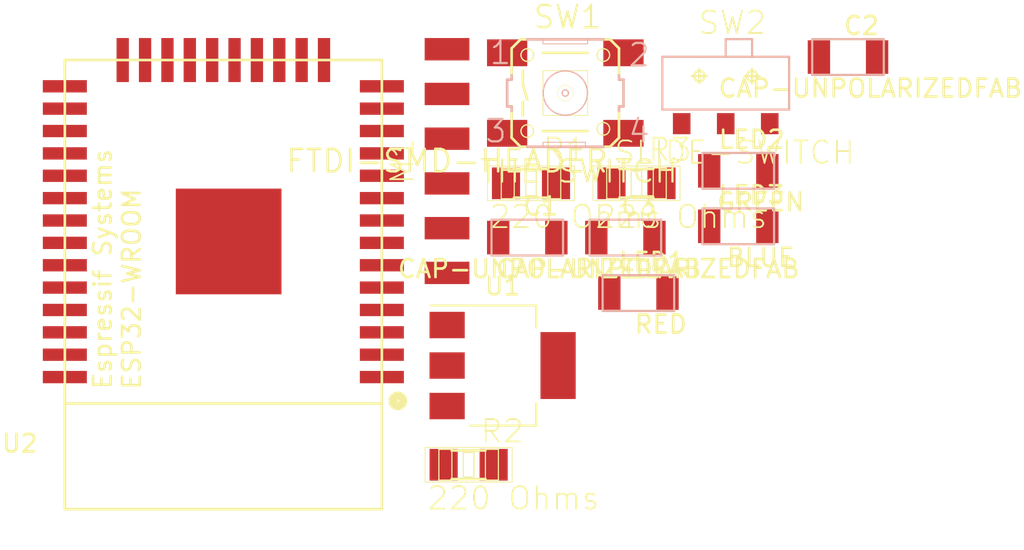
<source format=kicad_pcb>
(kicad_pcb (version 20171130) (host pcbnew "(5.1.5)-3")

  (general
    (thickness 1.6)
    (drawings 0)
    (tracks 0)
    (zones 0)
    (modules 14)
    (nets 65)
  )

  (page A4)
  (layers
    (0 F.Cu signal)
    (31 B.Cu signal)
    (32 B.Adhes user)
    (33 F.Adhes user)
    (34 B.Paste user)
    (35 F.Paste user)
    (36 B.SilkS user)
    (37 F.SilkS user)
    (38 B.Mask user)
    (39 F.Mask user)
    (40 Dwgs.User user)
    (41 Cmts.User user)
    (42 Eco1.User user)
    (43 Eco2.User user)
    (44 Edge.Cuts user)
    (45 Margin user)
    (46 B.CrtYd user)
    (47 F.CrtYd user)
    (48 B.Fab user)
    (49 F.Fab user)
  )

  (setup
    (last_trace_width 0.25)
    (trace_clearance 0.2)
    (zone_clearance 0.508)
    (zone_45_only no)
    (trace_min 0.2)
    (via_size 0.8)
    (via_drill 0.4)
    (via_min_size 0.4)
    (via_min_drill 0.3)
    (uvia_size 0.3)
    (uvia_drill 0.1)
    (uvias_allowed no)
    (uvia_min_size 0.2)
    (uvia_min_drill 0.1)
    (edge_width 0.05)
    (segment_width 0.2)
    (pcb_text_width 0.3)
    (pcb_text_size 1.5 1.5)
    (mod_edge_width 0.12)
    (mod_text_size 1 1)
    (mod_text_width 0.15)
    (pad_size 1.524 1.524)
    (pad_drill 0.762)
    (pad_to_mask_clearance 0.051)
    (solder_mask_min_width 0.25)
    (aux_axis_origin 0 0)
    (visible_elements FFFFFF7F)
    (pcbplotparams
      (layerselection 0x010fc_ffffffff)
      (usegerberextensions false)
      (usegerberattributes false)
      (usegerberadvancedattributes false)
      (creategerberjobfile false)
      (excludeedgelayer true)
      (linewidth 0.100000)
      (plotframeref false)
      (viasonmask false)
      (mode 1)
      (useauxorigin false)
      (hpglpennumber 1)
      (hpglpenspeed 20)
      (hpglpendiameter 15.000000)
      (psnegative false)
      (psa4output false)
      (plotreference true)
      (plotvalue true)
      (plotinvisibletext false)
      (padsonsilk false)
      (subtractmaskfromsilk false)
      (outputformat 1)
      (mirror false)
      (drillshape 1)
      (scaleselection 1)
      (outputdirectory ""))
  )

  (net 0 "")
  (net 1 "Net-(C1-Pad1)")
  (net 2 "Net-(C1-Pad2)")
  (net 3 "Net-(C2-Pad2)")
  (net 4 "Net-(C2-Pad1)")
  (net 5 GND)
  (net 6 3V3)
  (net 7 "Net-(LED1-Pad1)")
  (net 8 "Net-(LED1-Pad2)")
  (net 9 "Net-(LED2-Pad2)")
  (net 10 "Net-(LED2-Pad1)")
  (net 11 "Net-(LED3-Pad1)")
  (net 12 "Net-(M1-Pad2)")
  (net 13 "Net-(M1-Pad3)")
  (net 14 TX)
  (net 15 RX)
  (net 16 "Net-(M1-Pad6)")
  (net 17 "Net-(R1-Pad1)")
  (net 18 "Net-(R1-Pad2)")
  (net 19 "Net-(R2-Pad2)")
  (net 20 "Net-(R2-Pad1)")
  (net 21 "Net-(SW1-Pad1)")
  (net 22 "Net-(SW1-Pad2)")
  (net 23 "Net-(SW1-Pad3)")
  (net 24 "Net-(SW1-Pad4)")
  (net 25 "Net-(SW2-Pad1)")
  (net 26 "Net-(SW2-Pad2)")
  (net 27 "Net-(SW2-Pad3)")
  (net 28 "Net-(U2-Pad39)")
  (net 29 "Net-(U2-Pad3)")
  (net 30 "Net-(U2-Pad4)")
  (net 31 "Net-(U2-Pad5)")
  (net 32 "Net-(U2-Pad6)")
  (net 33 "Net-(U2-Pad7)")
  (net 34 "Net-(U2-Pad8)")
  (net 35 "Net-(U2-Pad9)")
  (net 36 "Net-(U2-Pad10)")
  (net 37 "Net-(U2-Pad11)")
  (net 38 "Net-(U2-Pad12)")
  (net 39 "Net-(U2-Pad13)")
  (net 40 "Net-(U2-Pad14)")
  (net 41 "Net-(U2-Pad15)")
  (net 42 "Net-(U2-Pad16)")
  (net 43 "Net-(U2-Pad17)")
  (net 44 "Net-(U2-Pad18)")
  (net 45 "Net-(U2-Pad19)")
  (net 46 "Net-(U2-Pad20)")
  (net 47 "Net-(U2-Pad21)")
  (net 48 "Net-(U2-Pad22)")
  (net 49 "Net-(U2-Pad23)")
  (net 50 "Net-(U2-Pad24)")
  (net 51 "Net-(U2-Pad25)")
  (net 52 "Net-(U2-Pad26)")
  (net 53 "Net-(U2-Pad27)")
  (net 54 "Net-(U2-Pad28)")
  (net 55 "Net-(U2-Pad29)")
  (net 56 "Net-(J3-Pad9)")
  (net 57 "Net-(J3-Pad8)")
  (net 58 "Net-(U2-Pad32)")
  (net 59 "Net-(J3-Pad7)")
  (net 60 "Net-(J3-Pad6)")
  (net 61 "Net-(U2-Pad35)")
  (net 62 "Net-(U2-Pad36)")
  (net 63 "Net-(U2-Pad37)")
  (net 64 "Net-(U2-Pad38)")

  (net_class Default "This is the default net class."
    (clearance 0.2)
    (trace_width 0.25)
    (via_dia 0.8)
    (via_drill 0.4)
    (uvia_dia 0.3)
    (uvia_drill 0.1)
    (add_net 3V3)
    (add_net GND)
    (add_net "Net-(C1-Pad1)")
    (add_net "Net-(C1-Pad2)")
    (add_net "Net-(C2-Pad1)")
    (add_net "Net-(C2-Pad2)")
    (add_net "Net-(J3-Pad6)")
    (add_net "Net-(J3-Pad7)")
    (add_net "Net-(J3-Pad8)")
    (add_net "Net-(J3-Pad9)")
    (add_net "Net-(LED1-Pad1)")
    (add_net "Net-(LED1-Pad2)")
    (add_net "Net-(LED2-Pad1)")
    (add_net "Net-(LED2-Pad2)")
    (add_net "Net-(LED3-Pad1)")
    (add_net "Net-(M1-Pad2)")
    (add_net "Net-(M1-Pad3)")
    (add_net "Net-(M1-Pad6)")
    (add_net "Net-(R1-Pad1)")
    (add_net "Net-(R1-Pad2)")
    (add_net "Net-(R2-Pad1)")
    (add_net "Net-(R2-Pad2)")
    (add_net "Net-(SW1-Pad1)")
    (add_net "Net-(SW1-Pad2)")
    (add_net "Net-(SW1-Pad3)")
    (add_net "Net-(SW1-Pad4)")
    (add_net "Net-(SW2-Pad1)")
    (add_net "Net-(SW2-Pad2)")
    (add_net "Net-(SW2-Pad3)")
    (add_net "Net-(U2-Pad10)")
    (add_net "Net-(U2-Pad11)")
    (add_net "Net-(U2-Pad12)")
    (add_net "Net-(U2-Pad13)")
    (add_net "Net-(U2-Pad14)")
    (add_net "Net-(U2-Pad15)")
    (add_net "Net-(U2-Pad16)")
    (add_net "Net-(U2-Pad17)")
    (add_net "Net-(U2-Pad18)")
    (add_net "Net-(U2-Pad19)")
    (add_net "Net-(U2-Pad20)")
    (add_net "Net-(U2-Pad21)")
    (add_net "Net-(U2-Pad22)")
    (add_net "Net-(U2-Pad23)")
    (add_net "Net-(U2-Pad24)")
    (add_net "Net-(U2-Pad25)")
    (add_net "Net-(U2-Pad26)")
    (add_net "Net-(U2-Pad27)")
    (add_net "Net-(U2-Pad28)")
    (add_net "Net-(U2-Pad29)")
    (add_net "Net-(U2-Pad3)")
    (add_net "Net-(U2-Pad32)")
    (add_net "Net-(U2-Pad35)")
    (add_net "Net-(U2-Pad36)")
    (add_net "Net-(U2-Pad37)")
    (add_net "Net-(U2-Pad38)")
    (add_net "Net-(U2-Pad39)")
    (add_net "Net-(U2-Pad4)")
    (add_net "Net-(U2-Pad5)")
    (add_net "Net-(U2-Pad6)")
    (add_net "Net-(U2-Pad7)")
    (add_net "Net-(U2-Pad8)")
    (add_net "Net-(U2-Pad9)")
    (add_net RX)
    (add_net TX)
  )

  (module fab-C1206FAB (layer F.Cu) (tedit 200000) (tstamp 5E6133B1)
    (at -446.204 -932.280499)
    (path /5E6167FA)
    (attr smd)
    (fp_text reference C1 (at 0.762 -1.778) (layer F.SilkS)
      (effects (font (size 1.016 1.016) (thickness 0.1524)))
    )
    (fp_text value CAP-UNPOLARIZEDFAB (at 1.27 1.778) (layer F.SilkS)
      (effects (font (size 1.016 1.016) (thickness 0.1524)))
    )
    (fp_line (start -2.032 -1.016) (end 2.032 -1.016) (layer B.SilkS) (width 0.127))
    (fp_line (start 2.032 -1.016) (end 2.032 1.016) (layer B.SilkS) (width 0.127))
    (fp_line (start 2.032 1.016) (end -2.032 1.016) (layer B.SilkS) (width 0.127))
    (fp_line (start -2.032 1.016) (end -2.032 -1.016) (layer B.SilkS) (width 0.127))
    (pad 1 smd rect (at -1.651 0) (size 1.27 1.905) (layers F.Cu F.Paste F.Mask)
      (net 1 "Net-(C1-Pad1)"))
    (pad 2 smd rect (at 1.651 0) (size 1.27 1.905) (layers F.Cu F.Paste F.Mask)
      (net 2 "Net-(C1-Pad2)"))
  )

  (module fab-C1206FAB (layer F.Cu) (tedit 200000) (tstamp 5E6133BB)
    (at -427.994 -942.530499)
    (path /5E6189C4)
    (attr smd)
    (fp_text reference C2 (at 0.762 -1.778) (layer F.SilkS)
      (effects (font (size 1.016 1.016) (thickness 0.1524)))
    )
    (fp_text value CAP-UNPOLARIZEDFAB (at 1.27 1.778) (layer F.SilkS)
      (effects (font (size 1.016 1.016) (thickness 0.1524)))
    )
    (fp_line (start -2.032 1.016) (end -2.032 -1.016) (layer B.SilkS) (width 0.127))
    (fp_line (start 2.032 1.016) (end -2.032 1.016) (layer B.SilkS) (width 0.127))
    (fp_line (start 2.032 -1.016) (end 2.032 1.016) (layer B.SilkS) (width 0.127))
    (fp_line (start -2.032 -1.016) (end 2.032 -1.016) (layer B.SilkS) (width 0.127))
    (pad 2 smd rect (at 1.651 0) (size 1.27 1.905) (layers F.Cu F.Paste F.Mask)
      (net 3 "Net-(C2-Pad2)"))
    (pad 1 smd rect (at -1.651 0) (size 1.27 1.905) (layers F.Cu F.Paste F.Mask)
      (net 4 "Net-(C2-Pad1)"))
  )

  (module fab-C1206FAB (layer F.Cu) (tedit 200000) (tstamp 5E6133C5)
    (at -440.634 -932.280499)
    (path /5E61913E)
    (attr smd)
    (fp_text reference C3 (at 0.762 -1.778) (layer F.SilkS)
      (effects (font (size 1.016 1.016) (thickness 0.1524)))
    )
    (fp_text value CAP-UNPOLARIZEDFAB (at 1.27 1.778) (layer F.SilkS)
      (effects (font (size 1.016 1.016) (thickness 0.1524)))
    )
    (fp_line (start -2.032 -1.016) (end 2.032 -1.016) (layer B.SilkS) (width 0.127))
    (fp_line (start 2.032 -1.016) (end 2.032 1.016) (layer B.SilkS) (width 0.127))
    (fp_line (start 2.032 1.016) (end -2.032 1.016) (layer B.SilkS) (width 0.127))
    (fp_line (start -2.032 1.016) (end -2.032 -1.016) (layer B.SilkS) (width 0.127))
    (pad 1 smd rect (at -1.651 0) (size 1.27 1.905) (layers F.Cu F.Paste F.Mask)
      (net 5 GND))
    (pad 2 smd rect (at 1.651 0) (size 1.27 1.905) (layers F.Cu F.Paste F.Mask)
      (net 6 3V3))
  )

  (module fab-LED1206FAB (layer F.Cu) (tedit 200000) (tstamp 5E6133CF)
    (at -439.894 -929.130499)
    (descr "LED1206 FAB STYLE (SMALLER PADS TO ALLOW TRACE BETWEEN)")
    (tags "LED1206 FAB STYLE (SMALLER PADS TO ALLOW TRACE BETWEEN)")
    (path /5E613D05)
    (attr smd)
    (fp_text reference LED1 (at 0.762 -1.778) (layer F.SilkS)
      (effects (font (size 1.016 1.016) (thickness 0.1524)))
    )
    (fp_text value RED (at 1.27 1.778) (layer F.SilkS)
      (effects (font (size 1.016 1.016) (thickness 0.1524)))
    )
    (fp_line (start -2.032 -1.016) (end 2.032 -1.016) (layer B.SilkS) (width 0.127))
    (fp_line (start 2.032 -1.016) (end 2.032 1.016) (layer B.SilkS) (width 0.127))
    (fp_line (start 2.032 1.016) (end -2.032 1.016) (layer B.SilkS) (width 0.127))
    (fp_line (start -2.032 1.016) (end -2.032 -1.016) (layer B.SilkS) (width 0.127))
    (pad 1 smd rect (at -1.651 0) (size 1.27 1.905) (layers F.Cu F.Paste F.Mask)
      (net 7 "Net-(LED1-Pad1)"))
    (pad 2 smd rect (at 1.651 0) (size 1.27 1.905) (layers F.Cu F.Paste F.Mask)
      (net 8 "Net-(LED1-Pad2)"))
  )

  (module fab-LED1206FAB (layer F.Cu) (tedit 200000) (tstamp 5E6133D9)
    (at -434.224 -936.070499)
    (descr "LED1206 FAB STYLE (SMALLER PADS TO ALLOW TRACE BETWEEN)")
    (tags "LED1206 FAB STYLE (SMALLER PADS TO ALLOW TRACE BETWEEN)")
    (path /5E6144A4)
    (attr smd)
    (fp_text reference LED2 (at 0.762 -1.778) (layer F.SilkS)
      (effects (font (size 1.016 1.016) (thickness 0.1524)))
    )
    (fp_text value GREEN (at 1.27 1.778) (layer F.SilkS)
      (effects (font (size 1.016 1.016) (thickness 0.1524)))
    )
    (fp_line (start -2.032 1.016) (end -2.032 -1.016) (layer B.SilkS) (width 0.127))
    (fp_line (start 2.032 1.016) (end -2.032 1.016) (layer B.SilkS) (width 0.127))
    (fp_line (start 2.032 -1.016) (end 2.032 1.016) (layer B.SilkS) (width 0.127))
    (fp_line (start -2.032 -1.016) (end 2.032 -1.016) (layer B.SilkS) (width 0.127))
    (pad 2 smd rect (at 1.651 0) (size 1.27 1.905) (layers F.Cu F.Paste F.Mask)
      (net 9 "Net-(LED2-Pad2)"))
    (pad 1 smd rect (at -1.651 0) (size 1.27 1.905) (layers F.Cu F.Paste F.Mask)
      (net 10 "Net-(LED2-Pad1)"))
  )

  (module fab-LED1206FAB (layer F.Cu) (tedit 200000) (tstamp 5E6133E3)
    (at -434.224 -932.920499)
    (descr "LED1206 FAB STYLE (SMALLER PADS TO ALLOW TRACE BETWEEN)")
    (tags "LED1206 FAB STYLE (SMALLER PADS TO ALLOW TRACE BETWEEN)")
    (path /5E61C25E)
    (attr smd)
    (fp_text reference LED3 (at 0.762 -1.778) (layer F.SilkS)
      (effects (font (size 1.016 1.016) (thickness 0.1524)))
    )
    (fp_text value BLUE (at 1.27 1.778) (layer F.SilkS)
      (effects (font (size 1.016 1.016) (thickness 0.1524)))
    )
    (fp_line (start -2.032 -1.016) (end 2.032 -1.016) (layer B.SilkS) (width 0.127))
    (fp_line (start 2.032 -1.016) (end 2.032 1.016) (layer B.SilkS) (width 0.127))
    (fp_line (start 2.032 1.016) (end -2.032 1.016) (layer B.SilkS) (width 0.127))
    (fp_line (start -2.032 1.016) (end -2.032 -1.016) (layer B.SilkS) (width 0.127))
    (pad 1 smd rect (at -1.651 0) (size 1.27 1.905) (layers F.Cu F.Paste F.Mask)
      (net 11 "Net-(LED3-Pad1)"))
    (pad 2 smd rect (at 1.651 0) (size 1.27 1.905) (layers F.Cu F.Paste F.Mask)
      (net 6 3V3))
  )

  (module fab-1X06SMD (layer F.Cu) (tedit 200000) (tstamp 5E6133ED)
    (at -450.76 -936.625)
    (path /5E61A12C)
    (attr smd)
    (fp_text reference M1 (at -2.54 0 90) (layer F.SilkS)
      (effects (font (size 1.27 1.27) (thickness 0.1016)))
    )
    (fp_text value FTDI-SMD-HEADER (at 0 0) (layer F.SilkS)
      (effects (font (size 1.27 1.27) (thickness 0.15)))
    )
    (pad 1 smd rect (at 0 -6.35) (size 2.54 1.27) (layers F.Cu F.Paste F.Mask)
      (net 5 GND))
    (pad 2 smd rect (at 0 -3.81) (size 2.54 1.27) (layers F.Cu F.Paste F.Mask)
      (net 12 "Net-(M1-Pad2)"))
    (pad 3 smd rect (at 0 -1.27) (size 2.54 1.27) (layers F.Cu F.Paste F.Mask)
      (net 13 "Net-(M1-Pad3)"))
    (pad 4 smd rect (at 0 1.27) (size 2.54 1.27) (layers F.Cu F.Paste F.Mask)
      (net 14 TX))
    (pad 5 smd rect (at 0 3.81) (size 2.54 1.27) (layers F.Cu F.Paste F.Mask)
      (net 15 RX))
    (pad 6 smd rect (at 0 6.35) (size 2.54 1.27) (layers F.Cu F.Paste F.Mask)
      (net 16 "Net-(M1-Pad6)"))
  )

  (module fab-R1206 (layer F.Cu) (tedit 200000) (tstamp 5E613405)
    (at -445.993179 -935.361619)
    (descr RESISTOR)
    (tags RESISTOR)
    (path /5E611B22)
    (attr smd)
    (fp_text reference R1 (at 1.905 -1.905) (layer F.SilkS)
      (effects (font (size 1.27 1.27) (thickness 0.1016)))
    )
    (fp_text value "220 Ohms" (at 2.54 1.905) (layer F.SilkS)
      (effects (font (size 1.27 1.27) (thickness 0.1016)))
    )
    (fp_line (start -1.6891 0.8763) (end -0.9525 0.8763) (layer F.SilkS) (width 0.06604))
    (fp_line (start -0.9525 0.8763) (end -0.9525 -0.8763) (layer F.SilkS) (width 0.06604))
    (fp_line (start -1.6891 -0.8763) (end -0.9525 -0.8763) (layer F.SilkS) (width 0.06604))
    (fp_line (start -1.6891 0.8763) (end -1.6891 -0.8763) (layer F.SilkS) (width 0.06604))
    (fp_line (start 0.9525 0.8763) (end 1.6891 0.8763) (layer F.SilkS) (width 0.06604))
    (fp_line (start 1.6891 0.8763) (end 1.6891 -0.8763) (layer F.SilkS) (width 0.06604))
    (fp_line (start 0.9525 -0.8763) (end 1.6891 -0.8763) (layer F.SilkS) (width 0.06604))
    (fp_line (start 0.9525 0.8763) (end 0.9525 -0.8763) (layer F.SilkS) (width 0.06604))
    (fp_line (start -0.29972 0.6985) (end 0.29972 0.6985) (layer F.SilkS) (width 0.06604))
    (fp_line (start 0.29972 0.6985) (end 0.29972 -0.6985) (layer F.SilkS) (width 0.06604))
    (fp_line (start -0.29972 -0.6985) (end 0.29972 -0.6985) (layer F.SilkS) (width 0.06604))
    (fp_line (start -0.29972 0.6985) (end -0.29972 -0.6985) (layer F.SilkS) (width 0.06604))
    (fp_line (start 0.9525 0.8128) (end -0.9652 0.8128) (layer F.SilkS) (width 0.1524))
    (fp_line (start 0.9525 -0.8128) (end -0.9652 -0.8128) (layer F.SilkS) (width 0.1524))
    (fp_line (start -2.47142 -0.98298) (end 2.47142 -0.98298) (layer F.SilkS) (width 0.0508))
    (fp_line (start 2.47142 -0.98298) (end 2.47142 0.98298) (layer F.SilkS) (width 0.0508))
    (fp_line (start 2.47142 0.98298) (end -2.47142 0.98298) (layer F.SilkS) (width 0.0508))
    (fp_line (start -2.47142 0.98298) (end -2.47142 -0.98298) (layer F.SilkS) (width 0.0508))
    (pad 1 smd rect (at -1.41986 0) (size 1.59766 1.80086) (layers F.Cu F.Paste F.Mask)
      (net 17 "Net-(R1-Pad1)"))
    (pad 2 smd rect (at 1.41986 0) (size 1.59766 1.80086) (layers F.Cu F.Paste F.Mask)
      (net 18 "Net-(R1-Pad2)"))
  )

  (module fab-R1206 (layer F.Cu) (tedit 200000) (tstamp 5E61341D)
    (at -449.533179 -919.381619)
    (descr RESISTOR)
    (tags RESISTOR)
    (path /5E61540D)
    (attr smd)
    (fp_text reference R2 (at 1.905 -1.905) (layer F.SilkS)
      (effects (font (size 1.27 1.27) (thickness 0.1016)))
    )
    (fp_text value "220 Ohms" (at 2.54 1.905) (layer F.SilkS)
      (effects (font (size 1.27 1.27) (thickness 0.1016)))
    )
    (fp_line (start -2.47142 0.98298) (end -2.47142 -0.98298) (layer F.SilkS) (width 0.0508))
    (fp_line (start 2.47142 0.98298) (end -2.47142 0.98298) (layer F.SilkS) (width 0.0508))
    (fp_line (start 2.47142 -0.98298) (end 2.47142 0.98298) (layer F.SilkS) (width 0.0508))
    (fp_line (start -2.47142 -0.98298) (end 2.47142 -0.98298) (layer F.SilkS) (width 0.0508))
    (fp_line (start 0.9525 -0.8128) (end -0.9652 -0.8128) (layer F.SilkS) (width 0.1524))
    (fp_line (start 0.9525 0.8128) (end -0.9652 0.8128) (layer F.SilkS) (width 0.1524))
    (fp_line (start -0.29972 0.6985) (end -0.29972 -0.6985) (layer F.SilkS) (width 0.06604))
    (fp_line (start -0.29972 -0.6985) (end 0.29972 -0.6985) (layer F.SilkS) (width 0.06604))
    (fp_line (start 0.29972 0.6985) (end 0.29972 -0.6985) (layer F.SilkS) (width 0.06604))
    (fp_line (start -0.29972 0.6985) (end 0.29972 0.6985) (layer F.SilkS) (width 0.06604))
    (fp_line (start 0.9525 0.8763) (end 0.9525 -0.8763) (layer F.SilkS) (width 0.06604))
    (fp_line (start 0.9525 -0.8763) (end 1.6891 -0.8763) (layer F.SilkS) (width 0.06604))
    (fp_line (start 1.6891 0.8763) (end 1.6891 -0.8763) (layer F.SilkS) (width 0.06604))
    (fp_line (start 0.9525 0.8763) (end 1.6891 0.8763) (layer F.SilkS) (width 0.06604))
    (fp_line (start -1.6891 0.8763) (end -1.6891 -0.8763) (layer F.SilkS) (width 0.06604))
    (fp_line (start -1.6891 -0.8763) (end -0.9525 -0.8763) (layer F.SilkS) (width 0.06604))
    (fp_line (start -0.9525 0.8763) (end -0.9525 -0.8763) (layer F.SilkS) (width 0.06604))
    (fp_line (start -1.6891 0.8763) (end -0.9525 0.8763) (layer F.SilkS) (width 0.06604))
    (pad 2 smd rect (at 1.41986 0) (size 1.59766 1.80086) (layers F.Cu F.Paste F.Mask)
      (net 19 "Net-(R2-Pad2)"))
    (pad 1 smd rect (at -1.41986 0) (size 1.59766 1.80086) (layers F.Cu F.Paste F.Mask)
      (net 20 "Net-(R2-Pad1)"))
  )

  (module fab-R1206 (layer F.Cu) (tedit 200000) (tstamp 5E613435)
    (at -440.003179 -935.361619)
    (descr RESISTOR)
    (tags RESISTOR)
    (path /5E615FB3)
    (attr smd)
    (fp_text reference R3 (at 1.905 -1.905) (layer F.SilkS)
      (effects (font (size 1.27 1.27) (thickness 0.1016)))
    )
    (fp_text value "220 Ohms" (at 2.54 1.905) (layer F.SilkS)
      (effects (font (size 1.27 1.27) (thickness 0.1016)))
    )
    (fp_line (start -1.6891 0.8763) (end -0.9525 0.8763) (layer F.SilkS) (width 0.06604))
    (fp_line (start -0.9525 0.8763) (end -0.9525 -0.8763) (layer F.SilkS) (width 0.06604))
    (fp_line (start -1.6891 -0.8763) (end -0.9525 -0.8763) (layer F.SilkS) (width 0.06604))
    (fp_line (start -1.6891 0.8763) (end -1.6891 -0.8763) (layer F.SilkS) (width 0.06604))
    (fp_line (start 0.9525 0.8763) (end 1.6891 0.8763) (layer F.SilkS) (width 0.06604))
    (fp_line (start 1.6891 0.8763) (end 1.6891 -0.8763) (layer F.SilkS) (width 0.06604))
    (fp_line (start 0.9525 -0.8763) (end 1.6891 -0.8763) (layer F.SilkS) (width 0.06604))
    (fp_line (start 0.9525 0.8763) (end 0.9525 -0.8763) (layer F.SilkS) (width 0.06604))
    (fp_line (start -0.29972 0.6985) (end 0.29972 0.6985) (layer F.SilkS) (width 0.06604))
    (fp_line (start 0.29972 0.6985) (end 0.29972 -0.6985) (layer F.SilkS) (width 0.06604))
    (fp_line (start -0.29972 -0.6985) (end 0.29972 -0.6985) (layer F.SilkS) (width 0.06604))
    (fp_line (start -0.29972 0.6985) (end -0.29972 -0.6985) (layer F.SilkS) (width 0.06604))
    (fp_line (start 0.9525 0.8128) (end -0.9652 0.8128) (layer F.SilkS) (width 0.1524))
    (fp_line (start 0.9525 -0.8128) (end -0.9652 -0.8128) (layer F.SilkS) (width 0.1524))
    (fp_line (start -2.47142 -0.98298) (end 2.47142 -0.98298) (layer F.SilkS) (width 0.0508))
    (fp_line (start 2.47142 -0.98298) (end 2.47142 0.98298) (layer F.SilkS) (width 0.0508))
    (fp_line (start 2.47142 0.98298) (end -2.47142 0.98298) (layer F.SilkS) (width 0.0508))
    (fp_line (start -2.47142 0.98298) (end -2.47142 -0.98298) (layer F.SilkS) (width 0.0508))
    (pad 1 smd rect (at -1.41986 0) (size 1.59766 1.80086) (layers F.Cu F.Paste F.Mask)
      (net 11 "Net-(LED3-Pad1)"))
    (pad 2 smd rect (at 1.41986 0) (size 1.59766 1.80086) (layers F.Cu F.Paste F.Mask)
      (net 5 GND))
  )

  (module fab-6MM_SWITCH (layer F.Cu) (tedit 200000) (tstamp 5E613473)
    (at -444.045 -940.485799)
    (descr "OMRON SWITCH")
    (tags "OMRON SWITCH")
    (path /5E6198F7)
    (attr smd)
    (fp_text reference SW1 (at 0.127 -4.318) (layer F.SilkS)
      (effects (font (size 1.27 1.27) (thickness 0.127)))
    )
    (fp_text value "THE SWITCH" (at 0.762 4.445) (layer F.SilkS)
      (effects (font (size 1.27 1.27) (thickness 0.127)))
    )
    (fp_line (start 3.302 0.762) (end 3.048 0.762) (layer B.SilkS) (width 0.1524))
    (fp_line (start 3.302 0.762) (end 3.302 -0.762) (layer B.SilkS) (width 0.1524))
    (fp_line (start 3.048 -0.762) (end 3.302 -0.762) (layer B.SilkS) (width 0.1524))
    (fp_line (start 3.048 -1.016) (end 3.048 -2.54) (layer F.SilkS) (width 0.1524))
    (fp_line (start -3.302 -0.762) (end -3.048 -0.762) (layer B.SilkS) (width 0.1524))
    (fp_line (start -3.302 -0.762) (end -3.302 0.762) (layer B.SilkS) (width 0.1524))
    (fp_line (start -3.048 0.762) (end -3.302 0.762) (layer B.SilkS) (width 0.1524))
    (fp_line (start 3.048 -2.54) (end 2.54 -3.048) (layer F.SilkS) (width 0.1524))
    (fp_line (start 2.54 3.048) (end 3.048 2.54) (layer F.SilkS) (width 0.1524))
    (fp_line (start 3.048 2.54) (end 3.048 1.016) (layer F.SilkS) (width 0.1524))
    (fp_line (start -2.54 -3.048) (end -3.048 -2.54) (layer F.SilkS) (width 0.1524))
    (fp_line (start -3.048 -2.54) (end -3.048 -1.016) (layer F.SilkS) (width 0.1524))
    (fp_line (start -2.54 3.048) (end -3.048 2.54) (layer F.SilkS) (width 0.1524))
    (fp_line (start -3.048 2.54) (end -3.048 1.016) (layer F.SilkS) (width 0.1524))
    (fp_line (start -1.27 -1.27) (end -1.27 1.27) (layer F.SilkS) (width 0.0508))
    (fp_line (start 1.27 1.27) (end -1.27 1.27) (layer F.SilkS) (width 0.0508))
    (fp_line (start 1.27 1.27) (end 1.27 -1.27) (layer F.SilkS) (width 0.0508))
    (fp_line (start -1.27 -1.27) (end 1.27 -1.27) (layer F.SilkS) (width 0.0508))
    (fp_line (start -1.27 -3.048) (end -1.27 -2.794) (layer B.SilkS) (width 0.0508))
    (fp_line (start 1.27 -2.794) (end -1.27 -2.794) (layer B.SilkS) (width 0.0508))
    (fp_line (start 1.27 -2.794) (end 1.27 -3.048) (layer B.SilkS) (width 0.0508))
    (fp_line (start 1.143 2.794) (end -1.27 2.794) (layer B.SilkS) (width 0.0508))
    (fp_line (start 1.143 2.794) (end 1.143 3.048) (layer B.SilkS) (width 0.0508))
    (fp_line (start -1.27 2.794) (end -1.27 3.048) (layer B.SilkS) (width 0.0508))
    (fp_line (start 2.54 3.048) (end 2.159 3.048) (layer F.SilkS) (width 0.1524))
    (fp_line (start -2.54 3.048) (end -2.159 3.048) (layer F.SilkS) (width 0.1524))
    (fp_line (start -2.159 3.048) (end -1.27 3.048) (layer B.SilkS) (width 0.1524))
    (fp_line (start -2.54 -3.048) (end -2.159 -3.048) (layer F.SilkS) (width 0.1524))
    (fp_line (start 2.54 -3.048) (end 2.159 -3.048) (layer F.SilkS) (width 0.1524))
    (fp_line (start 2.159 -3.048) (end 1.27 -3.048) (layer B.SilkS) (width 0.1524))
    (fp_line (start 1.27 -3.048) (end -1.27 -3.048) (layer B.SilkS) (width 0.1524))
    (fp_line (start -1.27 -3.048) (end -2.159 -3.048) (layer B.SilkS) (width 0.1524))
    (fp_line (start -1.27 3.048) (end 1.143 3.048) (layer B.SilkS) (width 0.1524))
    (fp_line (start 1.143 3.048) (end 2.159 3.048) (layer B.SilkS) (width 0.1524))
    (fp_line (start 3.048 0.762) (end 3.048 1.016) (layer B.SilkS) (width 0.1524))
    (fp_line (start 3.048 -0.762) (end 3.048 -1.016) (layer B.SilkS) (width 0.1524))
    (fp_line (start -3.048 0.762) (end -3.048 1.016) (layer B.SilkS) (width 0.1524))
    (fp_line (start -3.048 -0.762) (end -3.048 -1.016) (layer B.SilkS) (width 0.1524))
    (fp_line (start -1.27 2.159) (end 1.27 2.159) (layer F.SilkS) (width 0.1524))
    (fp_line (start 1.27 -2.286) (end -1.27 -2.286) (layer F.SilkS) (width 0.1524))
    (fp_line (start -2.413 -1.27) (end -2.413 -0.508) (layer F.SilkS) (width 0.1524))
    (fp_line (start -2.413 0.508) (end -2.413 1.27) (layer F.SilkS) (width 0.1524))
    (fp_line (start -2.413 -0.508) (end -2.159 0.381) (layer F.SilkS) (width 0.1524))
    (fp_circle (center 0 0) (end -0.889 0.889) (layer B.SilkS) (width 0.0762))
    (fp_circle (center -2.159 2.159) (end -2.413 2.413) (layer F.SilkS) (width 0.0762))
    (fp_circle (center 2.159 2.032) (end 2.413 2.286) (layer F.SilkS) (width 0.0762))
    (fp_circle (center 2.159 -2.159) (end 2.413 -2.413) (layer F.SilkS) (width 0.0762))
    (fp_circle (center -2.159 -2.159) (end -2.413 -2.413) (layer F.SilkS) (width 0.0762))
    (fp_circle (center 0 0) (end -0.3175 0.3175) (layer F.SilkS) (width 0.0254))
    (fp_circle (center 0 0) (end -0.127 0.127) (layer B.SilkS) (width 0.0762))
    (fp_text user 1 (at -3.683 -2.286) (layer B.SilkS)
      (effects (font (size 1.27 1.27) (thickness 0.127)))
    )
    (fp_text user 2 (at 4.191 -2.159) (layer B.SilkS)
      (effects (font (size 1.27 1.27) (thickness 0.127)))
    )
    (fp_text user 3 (at -3.937 2.159) (layer B.SilkS)
      (effects (font (size 1.27 1.27) (thickness 0.127)))
    )
    (fp_text user 4 (at 4.191 2.159) (layer B.SilkS)
      (effects (font (size 1.27 1.27) (thickness 0.127)))
    )
    (pad 1 smd rect (at -3.302 -2.286) (size 2.286 1.524) (layers F.Cu F.Paste F.Mask)
      (net 21 "Net-(SW1-Pad1)"))
    (pad 2 smd rect (at 3.302 -2.286) (size 2.286 1.524) (layers F.Cu F.Paste F.Mask)
      (net 22 "Net-(SW1-Pad2)"))
    (pad 3 smd rect (at -3.302 2.286) (size 2.286 1.524) (layers F.Cu F.Paste F.Mask)
      (net 23 "Net-(SW1-Pad3)"))
    (pad 4 smd rect (at 3.302 2.286) (size 2.286 1.524) (layers F.Cu F.Paste F.Mask)
      (net 24 "Net-(SW1-Pad4)"))
  )

  (module fab-AYZ0102AGRLC (layer F.Cu) (tedit 200000) (tstamp 5E613489)
    (at -434.937319 -941.047139)
    (path /5E61BC1D)
    (attr smd)
    (fp_text reference SW2 (at 0.381 -3.429) (layer F.SilkS)
      (effects (font (size 1.27 1.27) (thickness 0.1016)))
    )
    (fp_text value SLIDE-SWITCH (at 0.508 3.937) (layer F.SilkS)
      (effects (font (size 1.27 1.27) (thickness 0.1016)))
    )
    (fp_line (start -3.59918 1.4986) (end 3.59918 1.4986) (layer B.SilkS) (width 0.127))
    (fp_line (start 3.59918 1.4986) (end 3.59918 -1.4986) (layer B.SilkS) (width 0.127))
    (fp_line (start 3.59918 -1.4986) (end 1.4986 -1.4986) (layer B.SilkS) (width 0.127))
    (fp_line (start 1.4986 -1.4986) (end -1.4986 -1.4986) (layer B.SilkS) (width 0.127))
    (fp_line (start -1.4986 -1.4986) (end -3.59918 -1.4986) (layer B.SilkS) (width 0.127))
    (fp_line (start -3.59918 -1.4986) (end -3.59918 1.4986) (layer B.SilkS) (width 0.127))
    (fp_line (start 0 -1.59766) (end 0 -2.49936) (layer B.SilkS) (width 0.127))
    (fp_line (start 0 -2.49936) (end 1.4986 -2.49936) (layer B.SilkS) (width 0.127))
    (fp_line (start 1.4986 -2.49936) (end 1.4986 -1.4986) (layer B.SilkS) (width 0.127))
    (fp_circle (center -1.4986 -0.39878) (end -1.70942 -0.6096) (layer F.SilkS) (width 0.127))
    (fp_line (start -1.92278 -0.39878) (end -1.07442 -0.39878) (layer F.SilkS) (width 0.127))
    (fp_line (start -1.4986 0.02286) (end -1.4986 -0.82296) (layer F.SilkS) (width 0.127))
    (fp_circle (center 1.4986 -0.39878) (end 1.70942 -0.6096) (layer F.SilkS) (width 0.127))
    (fp_line (start 1.07442 -0.39878) (end 1.92278 -0.39878) (layer F.SilkS) (width 0.127))
    (fp_line (start 1.4986 0.02286) (end 1.4986 -0.82296) (layer F.SilkS) (width 0.127))
    (pad 1 smd rect (at 2.49936 2.2987) (size 0.99822 1.19888) (layers F.Cu F.Paste F.Mask)
      (net 25 "Net-(SW2-Pad1)"))
    (pad 2 smd rect (at 0 2.2987) (size 0.99822 1.19888) (layers F.Cu F.Paste F.Mask)
      (net 26 "Net-(SW2-Pad2)"))
    (pad 3 smd rect (at -2.49936 2.2987) (size 0.99822 1.19888) (layers F.Cu F.Paste F.Mask)
      (net 27 "Net-(SW2-Pad3)"))
  )

  (module Package_TO_SOT_SMD:SOT-223-3_TabPin2 (layer F.Cu) (tedit 5A02FF57) (tstamp 5E61349F)
    (at -447.604999 -925.014999)
    (descr "module CMS SOT223 4 pins")
    (tags "CMS SOT")
    (path /5E62F40F)
    (attr smd)
    (fp_text reference U1 (at 0 -4.5) (layer F.SilkS)
      (effects (font (size 1 1) (thickness 0.15)))
    )
    (fp_text value LT1129-3.3_SOT223 (at 0 4.5) (layer F.Fab)
      (effects (font (size 1 1) (thickness 0.15)))
    )
    (fp_text user %R (at 0 0 90) (layer F.Fab)
      (effects (font (size 0.8 0.8) (thickness 0.12)))
    )
    (fp_line (start 1.91 3.41) (end 1.91 2.15) (layer F.SilkS) (width 0.12))
    (fp_line (start 1.91 -3.41) (end 1.91 -2.15) (layer F.SilkS) (width 0.12))
    (fp_line (start 4.4 -3.6) (end -4.4 -3.6) (layer F.CrtYd) (width 0.05))
    (fp_line (start 4.4 3.6) (end 4.4 -3.6) (layer F.CrtYd) (width 0.05))
    (fp_line (start -4.4 3.6) (end 4.4 3.6) (layer F.CrtYd) (width 0.05))
    (fp_line (start -4.4 -3.6) (end -4.4 3.6) (layer F.CrtYd) (width 0.05))
    (fp_line (start -1.85 -2.35) (end -0.85 -3.35) (layer F.Fab) (width 0.1))
    (fp_line (start -1.85 -2.35) (end -1.85 3.35) (layer F.Fab) (width 0.1))
    (fp_line (start -1.85 3.41) (end 1.91 3.41) (layer F.SilkS) (width 0.12))
    (fp_line (start -0.85 -3.35) (end 1.85 -3.35) (layer F.Fab) (width 0.1))
    (fp_line (start -4.1 -3.41) (end 1.91 -3.41) (layer F.SilkS) (width 0.12))
    (fp_line (start -1.85 3.35) (end 1.85 3.35) (layer F.Fab) (width 0.1))
    (fp_line (start 1.85 -3.35) (end 1.85 3.35) (layer F.Fab) (width 0.1))
    (pad 2 smd rect (at 3.15 0) (size 2 3.8) (layers F.Cu F.Paste F.Mask)
      (net 5 GND))
    (pad 2 smd rect (at -3.15 0) (size 2 1.5) (layers F.Cu F.Paste F.Mask)
      (net 5 GND))
    (pad 3 smd rect (at -3.15 2.3) (size 2 1.5) (layers F.Cu F.Paste F.Mask)
      (net 6 3V3))
    (pad 1 smd rect (at -3.15 -2.3) (size 2 1.5) (layers F.Cu F.Paste F.Mask)
      (net 13 "Net-(M1-Pad3)"))
    (model ${KISYS3DMOD}/Package_TO_SOT_SMD.3dshapes/SOT-223.wrl
      (at (xyz 0 0 0))
      (scale (xyz 1 1 1))
      (rotate (xyz 0 0 0))
    )
  )

  (module ESP32-footprints-Lib:ESP32-WROOM_FAB (layer F.Cu) (tedit 5E60E014) (tstamp 5E6134D2)
    (at -463.46 -929.61)
    (path /5E60FF54)
    (fp_text reference U2 (at -11.557 9.017) (layer F.SilkS)
      (effects (font (size 1 1) (thickness 0.15)))
    )
    (fp_text value ESP32-WROOM (at 5.715 14.224) (layer F.Fab)
      (effects (font (size 1 1) (thickness 0.15)))
    )
    (fp_line (start -9 12.75) (end 9 12.75) (layer F.SilkS) (width 0.15))
    (fp_line (start -9 -12.75) (end 9 -12.75) (layer F.SilkS) (width 0.15))
    (fp_line (start -9 12.75) (end -9 -12.75) (layer F.SilkS) (width 0.15))
    (fp_line (start 9 12.75) (end 9 -12.75) (layer F.SilkS) (width 0.15))
    (fp_line (start -9 6.75) (end 9 6.75) (layer F.SilkS) (width 0.15))
    (fp_text user ESP32-WROOM (at -5.207 0.254 90) (layer F.SilkS)
      (effects (font (size 1 1) (thickness 0.15)))
    )
    (fp_circle (center 9.906 6.604) (end 10.033 6.858) (layer F.SilkS) (width 0.5))
    (fp_text user "Espressif Systems" (at -6.858 -0.889 90) (layer F.SilkS)
      (effects (font (size 1 1) (thickness 0.15)))
    )
    (pad 39 smd rect (at 0.3 -2.45) (size 6 6) (layers F.Cu F.Paste F.Mask)
      (net 28 "Net-(U2-Pad39)"))
    (pad 1 smd rect (at 9 5.25) (size 2.5 0.7) (layers F.Cu F.Paste F.Mask)
      (net 5 GND))
    (pad 2 smd rect (at 9 3.98) (size 2.5 0.7) (layers F.Cu F.Paste F.Mask)
      (net 6 3V3))
    (pad 3 smd rect (at 9 2.71) (size 2.5 0.7) (layers F.Cu F.Paste F.Mask)
      (net 29 "Net-(U2-Pad3)"))
    (pad 4 smd rect (at 9 1.44) (size 2.5 0.7) (layers F.Cu F.Paste F.Mask)
      (net 30 "Net-(U2-Pad4)"))
    (pad 5 smd rect (at 9 0.17) (size 2.5 0.7) (layers F.Cu F.Paste F.Mask)
      (net 31 "Net-(U2-Pad5)"))
    (pad 6 smd rect (at 9 -1.1) (size 2.5 0.7) (layers F.Cu F.Paste F.Mask)
      (net 32 "Net-(U2-Pad6)"))
    (pad 7 smd rect (at 9 -2.37) (size 2.5 0.7) (layers F.Cu F.Paste F.Mask)
      (net 33 "Net-(U2-Pad7)"))
    (pad 8 smd rect (at 9 -3.64) (size 2.5 0.7) (layers F.Cu F.Paste F.Mask)
      (net 34 "Net-(U2-Pad8)"))
    (pad 9 smd rect (at 9 -4.91) (size 2.5 0.7) (layers F.Cu F.Paste F.Mask)
      (net 35 "Net-(U2-Pad9)"))
    (pad 10 smd rect (at 9 -6.18) (size 2.5 0.7) (layers F.Cu F.Paste F.Mask)
      (net 36 "Net-(U2-Pad10)"))
    (pad 11 smd rect (at 9 -7.45) (size 2.5 0.7) (layers F.Cu F.Paste F.Mask)
      (net 37 "Net-(U2-Pad11)"))
    (pad 12 smd rect (at 9 -8.72) (size 2.5 0.7) (layers F.Cu F.Paste F.Mask)
      (net 38 "Net-(U2-Pad12)"))
    (pad 13 smd rect (at 9 -9.99) (size 2.5 0.7) (layers F.Cu F.Paste F.Mask)
      (net 39 "Net-(U2-Pad13)"))
    (pad 14 smd rect (at 9 -11.26) (size 2.5 0.7) (layers F.Cu F.Paste F.Mask)
      (net 40 "Net-(U2-Pad14)"))
    (pad 15 smd rect (at 5.715 -12.75) (size 0.7 2.5) (layers F.Cu F.Paste F.Mask)
      (net 41 "Net-(U2-Pad15)"))
    (pad 16 smd rect (at 4.445 -12.75) (size 0.7 2.5) (layers F.Cu F.Paste F.Mask)
      (net 42 "Net-(U2-Pad16)"))
    (pad 17 smd rect (at 3.175 -12.75) (size 0.7 2.5) (layers F.Cu F.Paste F.Mask)
      (net 43 "Net-(U2-Pad17)"))
    (pad 18 smd rect (at 1.905 -12.75) (size 0.7 2.5) (layers F.Cu F.Paste F.Mask)
      (net 44 "Net-(U2-Pad18)"))
    (pad 19 smd rect (at 0.635 -12.75) (size 0.7 2.5) (layers F.Cu F.Paste F.Mask)
      (net 45 "Net-(U2-Pad19)"))
    (pad 20 smd rect (at -0.635 -12.75) (size 0.7 2.5) (layers F.Cu F.Paste F.Mask)
      (net 46 "Net-(U2-Pad20)"))
    (pad 21 smd rect (at -1.905 -12.75) (size 0.7 2.5) (layers F.Cu F.Paste F.Mask)
      (net 47 "Net-(U2-Pad21)"))
    (pad 22 smd rect (at -3.175 -12.75) (size 0.7 2.5) (layers F.Cu F.Paste F.Mask)
      (net 48 "Net-(U2-Pad22)"))
    (pad 23 smd rect (at -4.445 -12.75) (size 0.7 2.5) (layers F.Cu F.Paste F.Mask)
      (net 49 "Net-(U2-Pad23)"))
    (pad 24 smd rect (at -5.715 -12.75) (size 0.7 2.5) (layers F.Cu F.Paste F.Mask)
      (net 50 "Net-(U2-Pad24)"))
    (pad 25 smd rect (at -9 -11.26) (size 2.5 0.7) (layers F.Cu F.Paste F.Mask)
      (net 51 "Net-(U2-Pad25)"))
    (pad 26 smd rect (at -9 -9.99) (size 2.5 0.7) (layers F.Cu F.Paste F.Mask)
      (net 52 "Net-(U2-Pad26)"))
    (pad 27 smd rect (at -9 -8.72) (size 2.5 0.7) (layers F.Cu F.Paste F.Mask)
      (net 53 "Net-(U2-Pad27)"))
    (pad 28 smd rect (at -9 -7.45) (size 2.5 0.7) (layers F.Cu F.Paste F.Mask)
      (net 54 "Net-(U2-Pad28)"))
    (pad 29 smd rect (at -9 -6.18) (size 2.5 0.7) (layers F.Cu F.Paste F.Mask)
      (net 55 "Net-(U2-Pad29)"))
    (pad 30 smd rect (at -9 -4.91) (size 2.5 0.7) (layers F.Cu F.Paste F.Mask)
      (net 56 "Net-(J3-Pad9)"))
    (pad 31 smd rect (at -9 -3.64) (size 2.5 0.7) (layers F.Cu F.Paste F.Mask)
      (net 57 "Net-(J3-Pad8)"))
    (pad 32 smd rect (at -9 -2.37) (size 2.5 0.7) (layers F.Cu F.Paste F.Mask)
      (net 58 "Net-(U2-Pad32)"))
    (pad 33 smd rect (at -9 -1.1) (size 2.5 0.7) (layers F.Cu F.Paste F.Mask)
      (net 59 "Net-(J3-Pad7)"))
    (pad 34 smd rect (at -9 0.17) (size 2.5 0.7) (layers F.Cu F.Paste F.Mask)
      (net 60 "Net-(J3-Pad6)"))
    (pad 35 smd rect (at -9 1.44) (size 2.5 0.7) (layers F.Cu F.Paste F.Mask)
      (net 61 "Net-(U2-Pad35)"))
    (pad 36 smd rect (at -9 2.71) (size 2.5 0.7) (layers F.Cu F.Paste F.Mask)
      (net 62 "Net-(U2-Pad36)"))
    (pad 37 smd rect (at -9 3.98) (size 2.5 0.7) (layers F.Cu F.Paste F.Mask)
      (net 63 "Net-(U2-Pad37)"))
    (pad 38 smd rect (at -9 5.25) (size 2.5 0.7) (layers F.Cu F.Paste F.Mask)
      (net 64 "Net-(U2-Pad38)"))
  )

)

</source>
